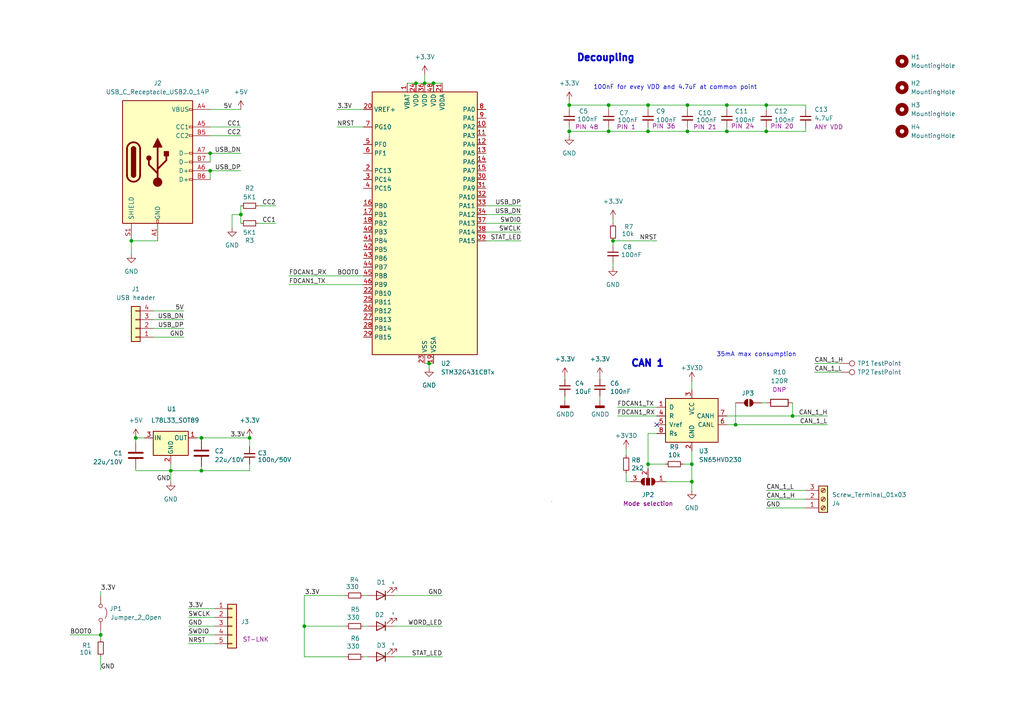
<source format=kicad_sch>
(kicad_sch (version 20250114) (generator "eeschema") (generator_version "9.0")
  (paper "A4")
  (lib_symbols
    (symbol "Connector:Screw_Terminal_01x03" (pin_names (offset 1.016) (hide yes))
      (property "Reference" "J" (at 0 5.08 0))
      (property "Value" "Screw_Terminal_01x03" (at 0 -5.08 0))
      (symbol "Screw_Terminal_01x03_1_1"
        (rectangle (start -1.27 3.81) (end 1.27 -3.81) (stroke (width 0.254)) (fill (type background)))
        (polyline (pts (xy -0.5334 2.8702) (xy 0.3302 2.032)) (stroke (width 0.1524)))
        (polyline (pts (xy -0.5334 0.3302) (xy 0.3302 -0.508)) (stroke (width 0.1524)))
        (polyline (pts (xy -0.5334 -2.2098) (xy 0.3302 -3.048)) (stroke (width 0.1524)))
        (polyline (pts (xy -0.3556 3.048) (xy 0.508 2.2098)) (stroke (width 0.1524)))
        (polyline (pts (xy -0.3556 0.508) (xy 0.508 -0.3302)) (stroke (width 0.1524)))
        (polyline (pts (xy -0.3556 -2.032) (xy 0.508 -2.8702)) (stroke (width 0.1524)))
        (circle (center 0 2.54) (radius 0.635) (stroke (width 0.1524)))
        (circle (center 0 0) (radius 0.635) (stroke (width 0.1524)))
        (circle (center 0 -2.54) (radius 0.635) (stroke (width 0.1524)))
        (pin passive line (at -5.08 2.54 0) (length 3.81) (name "Pin_1") (number "1"))
        (pin passive line (at -5.08 0 0) (length 3.81) (name "Pin_2") (number "2"))
        (pin passive line (at -5.08 -2.54 0) (length 3.81) (name "Pin_3") (number "3"))
      )
    )
    (symbol "Connector:TestPoint" (pin_numbers (hide yes)) (pin_names (offset 0.762) (hide yes))
      (property "Reference" "TP" (at 0 6.858 0))
      (property "Value" "TestPoint" (at 0 5.08 0))
      (symbol "TestPoint_0_1"
        (circle (center 0 3.302) (radius 0.762))
      )
      (symbol "TestPoint_1_1"
        (pin passive line (at 0 0 90) (length 2.54) (name "1") (number "1"))
      )
    )
    (symbol "Connector:USB_C_Receptacle_USB2.0_14P" (pin_names (offset 1.016))
      (property "Reference" "J" (at 0 22.225 0))
      (property "Value" "USB_C_Receptacle_USB2.0_14P" (at 0 19.685 0))
      (symbol "USB_C_Receptacle_USB2.0_14P_0_0"
        (rectangle (start -0.254 -17.78) (end 0.254 -16.764))
        (rectangle (start 10.16 15.494) (end 9.144 14.986))
        (rectangle (start 10.16 10.414) (end 9.144 9.906))
        (rectangle (start 10.16 7.874) (end 9.144 7.366))
        (rectangle (start 10.16 2.794) (end 9.144 2.286))
        (rectangle (start 10.16 0.254) (end 9.144 -0.254))
        (rectangle (start 10.16 -2.286) (end 9.144 -2.794))
        (rectangle (start 10.16 -4.826) (end 9.144 -5.334))
      )
      (symbol "USB_C_Receptacle_USB2.0_14P_0_1"
        (rectangle (start -10.16 17.78) (end 10.16 -17.78) (stroke (width 0.254)) (fill (type background)))
        (polyline (pts (xy -8.89 -3.81) (xy -8.89 3.81)) (stroke (width 0.508)))
        (rectangle (start -7.62 -3.81) (end -6.35 3.81) (stroke (width 0.254)) (fill (type outline)))
        (arc (start -7.62 3.81) (mid -6.985 4.4423) (end -6.35 3.81) (stroke (width 0.254)))
        (arc (start -7.62 3.81) (mid -6.985 4.4423) (end -6.35 3.81) (stroke (width 0.254)) (fill (type outline)))
        (arc (start -8.89 3.81) (mid -6.985 5.7067) (end -5.08 3.81) (stroke (width 0.508)))
        (arc (start -5.08 -3.81) (mid -6.985 -5.7067) (end -8.89 -3.81) (stroke (width 0.508)))
        (arc (start -6.35 -3.81) (mid -6.985 -4.4423) (end -7.62 -3.81) (stroke (width 0.254)))
        (arc (start -6.35 -3.81) (mid -6.985 -4.4423) (end -7.62 -3.81) (stroke (width 0.254)) (fill (type outline)))
        (polyline (pts (xy -5.08 3.81) (xy -5.08 -3.81)) (stroke (width 0.508)))
        (circle (center -2.54 1.143) (radius 0.635) (stroke (width 0.254)) (fill (type outline)))
        (polyline (pts (xy -1.27 4.318) (xy 0 6.858) (xy 1.27 4.318) (xy -1.27 4.318)) (stroke (width 0.254)) (fill (type outline)))
        (polyline (pts (xy 0 -2.032) (xy 2.54 0.508) (xy 2.54 1.778)) (stroke (width 0.508)))
        (polyline (pts (xy 0 -3.302) (xy -2.54 -0.762) (xy -2.54 0.508)) (stroke (width 0.508)))
        (polyline (pts (xy 0 -5.842) (xy 0 4.318)) (stroke (width 0.508)))
        (circle (center 0 -5.842) (radius 1.27) (fill (type outline)))
        (rectangle (start 1.905 1.778) (end 3.175 3.048) (stroke (width 0.254)) (fill (type outline)))
      )
      (symbol "USB_C_Receptacle_USB2.0_14P_1_1"
        (pin passive line (at -7.62 -22.86 90) (length 5.08) (name "SHIELD") (number "S1"))
        (pin passive line (at 0 -22.86 90) (length 5.08) (name "GND") (number "A1"))
        (pin passive line (at 0 -22.86 90) (length 5.08) (hide yes) (name "GND") (number "A12"))
        (pin passive line (at 0 -22.86 90) (length 5.08) (hide yes) (name "GND") (number "B1"))
        (pin passive line (at 0 -22.86 90) (length 5.08) (hide yes) (name "GND") (number "B12"))
        (pin passive line (at 15.24 15.24 180) (length 5.08) (name "VBUS") (number "A4"))
        (pin passive line (at 15.24 15.24 180) (length 5.08) (hide yes) (name "VBUS") (number "A9"))
        (pin passive line (at 15.24 15.24 180) (length 5.08) (hide yes) (name "VBUS") (number "B4"))
        (pin passive line (at 15.24 15.24 180) (length 5.08) (hide yes) (name "VBUS") (number "B9"))
        (pin bidirectional line (at 15.24 10.16 180) (length 5.08) (name "CC1") (number "A5"))
        (pin bidirectional line (at 15.24 7.62 180) (length 5.08) (name "CC2") (number "B5"))
        (pin bidirectional line (at 15.24 2.54 180) (length 5.08) (name "D-") (number "A7"))
        (pin bidirectional line (at 15.24 0 180) (length 5.08) (name "D-") (number "B7"))
        (pin bidirectional line (at 15.24 -2.54 180) (length 5.08) (name "D+") (number "A6"))
        (pin bidirectional line (at 15.24 -5.08 180) (length 5.08) (name "D+") (number "B6"))
      )
    )
    (symbol "Connector_Generic:Conn_01x04" (pin_names (offset 1.016) (hide yes))
      (property "Reference" "J" (at 0 5.08 0))
      (property "Value" "Conn_01x04" (at 0 -7.62 0))
      (symbol "Conn_01x04_1_1"
        (rectangle (start -1.27 3.81) (end 1.27 -6.35) (stroke (width 0.254)) (fill (type background)))
        (rectangle (start -1.27 2.667) (end 0 2.413) (stroke (width 0.1524)))
        (rectangle (start -1.27 0.127) (end 0 -0.127) (stroke (width 0.1524)))
        (rectangle (start -1.27 -2.413) (end 0 -2.667) (stroke (width 0.1524)))
        (rectangle (start -1.27 -4.953) (end 0 -5.207) (stroke (width 0.1524)))
        (pin passive line (at -5.08 2.54 0) (length 3.81) (name "Pin_1") (number "1"))
        (pin passive line (at -5.08 0 0) (length 3.81) (name "Pin_2") (number "2"))
        (pin passive line (at -5.08 -2.54 0) (length 3.81) (name "Pin_3") (number "3"))
        (pin passive line (at -5.08 -5.08 0) (length 3.81) (name "Pin_4") (number "4"))
      )
    )
    (symbol "Connector_Generic:Conn_01x05" (pin_names (offset 1.016) (hide yes))
      (property "Reference" "J" (at 0 7.62 0))
      (property "Value" "Conn_01x05" (at 0 -7.62 0))
      (symbol "Conn_01x05_1_1"
        (rectangle (start -1.27 6.35) (end 1.27 -6.35) (stroke (width 0.254)) (fill (type background)))
        (rectangle (start -1.27 5.207) (end 0 4.953) (stroke (width 0.1524)))
        (rectangle (start -1.27 2.667) (end 0 2.413) (stroke (width 0.1524)))
        (rectangle (start -1.27 0.127) (end 0 -0.127) (stroke (width 0.1524)))
        (rectangle (start -1.27 -2.413) (end 0 -2.667) (stroke (width 0.1524)))
        (rectangle (start -1.27 -4.953) (end 0 -5.207) (stroke (width 0.1524)))
        (pin passive line (at -5.08 5.08 0) (length 3.81) (name "Pin_1") (number "1"))
        (pin passive line (at -5.08 2.54 0) (length 3.81) (name "Pin_2") (number "2"))
        (pin passive line (at -5.08 0 0) (length 3.81) (name "Pin_3") (number "3"))
        (pin passive line (at -5.08 -2.54 0) (length 3.81) (name "Pin_4") (number "4"))
        (pin passive line (at -5.08 -5.08 0) (length 3.81) (name "Pin_5") (number "5"))
      )
    )
    (symbol "Device:C" (pin_numbers (hide yes)) (pin_names (offset 0.254))
      (property "Reference" "C" (at 0.635 2.54 0))
      (property "Value" "C" (at 0.635 -2.54 0))
      (symbol "C_0_1"
        (polyline (pts (xy -2.032 0.762) (xy 2.032 0.762)) (stroke (width 0.508)))
        (polyline (pts (xy -2.032 -0.762) (xy 2.032 -0.762)) (stroke (width 0.508)))
      )
      (symbol "C_1_1"
        (pin passive line (at 0 3.81 270) (length 2.794) (name "~") (number "1"))
        (pin passive line (at 0 -3.81 90) (length 2.794) (name "~") (number "2"))
      )
    )
    (symbol "Device:C_Small" (pin_numbers (hide yes)) (pin_names (offset 0.254) (hide yes))
      (property "Reference" "C" (at 0.254 1.778 0))
      (property "Value" "C_Small" (at 0.254 -2.032 0))
      (symbol "C_Small_0_1"
        (polyline (pts (xy -1.524 0.508) (xy 1.524 0.508)) (stroke (width 0.3048)))
        (polyline (pts (xy -1.524 -0.508) (xy 1.524 -0.508)) (stroke (width 0.3302)))
      )
      (symbol "C_Small_1_1"
        (pin passive line (at 0 2.54 270) (length 2.032) (name "~") (number "1"))
        (pin passive line (at 0 -2.54 90) (length 2.032) (name "~") (number "2"))
      )
    )
    (symbol "Device:LED" (pin_numbers (hide yes)) (pin_names (offset 1.016) (hide yes))
      (property "Reference" "D" (at 0 2.54 0))
      (property "Value" "LED" (at 0 -2.54 0))
      (symbol "LED_0_1"
        (polyline (pts (xy -3.048 -0.762) (xy -4.572 -2.286) (xy -3.81 -2.286) (xy -4.572 -2.286) (xy -4.572 -1.524)))
        (polyline (pts (xy -1.778 -0.762) (xy -3.302 -2.286) (xy -2.54 -2.286) (xy -3.302 -2.286) (xy -3.302 -1.524)))
        (polyline (pts (xy -1.27 0) (xy 1.27 0)))
        (polyline (pts (xy -1.27 -1.27) (xy -1.27 1.27)) (stroke (width 0.254)))
        (polyline (pts (xy 1.27 -1.27) (xy 1.27 1.27) (xy -1.27 0) (xy 1.27 -1.27)) (stroke (width 0.254)))
      )
      (symbol "LED_1_1"
        (pin passive line (at -3.81 0 0) (length 2.54) (name "K") (number "1"))
        (pin passive line (at 3.81 0 180) (length 2.54) (name "A") (number "2"))
      )
    )
    (symbol "Device:R" (pin_numbers (hide yes)) (pin_names (offset 0))
      (property "Reference" "R" (at 2.032 0 90))
      (property "Value" "R" (at 0 0 90))
      (symbol "R_0_1"
        (rectangle (start -1.016 -2.54) (end 1.016 2.54) (stroke (width 0.254)))
      )
      (symbol "R_1_1"
        (pin passive line (at 0 3.81 270) (length 1.27) (name "~") (number "1"))
        (pin passive line (at 0 -3.81 90) (length 1.27) (name "~") (number "2"))
      )
    )
    (symbol "Device:R_Small" (pin_numbers (hide yes)) (pin_names (offset 0.254) (hide yes))
      (property "Reference" "R" (at 0.762 0.508 0))
      (property "Value" "R_Small" (at 0.762 -1.016 0))
      (symbol "R_Small_0_1"
        (rectangle (start -0.762 1.778) (end 0.762 -1.778) (stroke (width 0.2032)))
      )
      (symbol "R_Small_1_1"
        (pin passive line (at 0 2.54 270) (length 0.762) (name "~") (number "1"))
        (pin passive line (at 0 -2.54 90) (length 0.762) (name "~") (number "2"))
      )
    )
    (symbol "Interface_CAN_LIN:SN65HVD230" (pin_names (offset 1.016))
      (property "Reference" "U" (at -2.54 10.16 0))
      (property "Value" "SN65HVD230" (at -2.54 7.62 0))
      (symbol "SN65HVD230_0_1"
        (rectangle (start -7.62 5.08) (end 7.62 -7.62) (stroke (width 0.254)) (fill (type background)))
      )
      (symbol "SN65HVD230_1_1"
        (pin input line (at -10.16 2.54 0) (length 2.54) (name "D") (number "1"))
        (pin output line (at -10.16 0 0) (length 2.54) (name "R") (number "4"))
        (pin output line (at -10.16 -2.54 0) (length 2.54) (name "Vref") (number "5"))
        (pin input line (at -10.16 -5.08 0) (length 2.54) (name "Rs") (number "8"))
        (pin power_in line (at 0 7.62 270) (length 2.54) (name "VCC") (number "3"))
        (pin power_in line (at 0 -10.16 90) (length 2.54) (name "GND") (number "2"))
        (pin bidirectional line (at 10.16 0 180) (length 2.54) (name "CANH") (number "7"))
        (pin bidirectional line (at 10.16 -2.54 180) (length 2.54) (name "CANL") (number "6"))
      )
    )
    (symbol "Jumper:Jumper_2_Open" (pin_numbers (hide yes)) (pin_names (offset 0) (hide yes)) (exclude_from_sim yes)
      (property "Reference" "JP" (at 0 2.794 0))
      (property "Value" "Jumper_2_Open" (at 0 -2.286 0))
      (symbol "Jumper_2_Open_0_0"
        (circle (center -2.032 0) (radius 0.508))
        (circle (center 2.032 0) (radius 0.508))
      )
      (symbol "Jumper_2_Open_0_1"
        (arc (start -1.524 1.27) (mid 0 1.778) (end 1.524 1.27))
      )
      (symbol "Jumper_2_Open_1_1"
        (pin passive line (at -5.08 0 0) (length 2.54) (name "A") (number "1"))
        (pin passive line (at 5.08 0 180) (length 2.54) (name "B") (number "2"))
      )
    )
    (symbol "Jumper:SolderJumper_2_Open" (pin_numbers (hide yes)) (pin_names (offset 0) (hide yes)) (exclude_from_sim yes) (in_bom no)
      (property "Reference" "JP" (at 0 2.032 0))
      (property "Value" "SolderJumper_2_Open" (at 0 -2.54 0))
      (symbol "SolderJumper_2_Open_0_1"
        (polyline (pts (xy -0.254 1.016) (xy -0.254 -1.016)))
        (arc (start -0.254 -1.016) (mid -1.2656 0) (end -0.254 1.016))
        (arc (start -0.254 -1.016) (mid -1.2656 0) (end -0.254 1.016) (fill (type outline)))
        (arc (start 0.254 1.016) (mid 1.2656 0) (end 0.254 -1.016))
        (arc (start 0.254 1.016) (mid 1.2656 0) (end 0.254 -1.016) (fill (type outline)))
        (polyline (pts (xy 0.254 1.016) (xy 0.254 -1.016)))
      )
      (symbol "SolderJumper_2_Open_1_1"
        (pin passive line (at -3.81 0 0) (length 2.54) (name "A") (number "1"))
        (pin passive line (at 3.81 0 180) (length 2.54) (name "B") (number "2"))
      )
    )
    (symbol "Jumper:SolderJumper_3_Open" (pin_names (offset 0) (hide yes))
      (property "Reference" "JP" (at -2.54 -2.54 0))
      (property "Value" "SolderJumper_3_Open" (at 0 2.794 0))
      (symbol "SolderJumper_3_Open_0_1"
        (polyline (pts (xy -2.54 0) (xy -2.032 0)))
        (polyline (pts (xy -1.016 1.016) (xy -1.016 -1.016)))
        (arc (start -1.016 -1.016) (mid -2.0276 0) (end -1.016 1.016))
        (arc (start -1.016 -1.016) (mid -2.0276 0) (end -1.016 1.016) (fill (type outline)))
        (rectangle (start -0.508 1.016) (end 0.508 -1.016) (fill (type outline)))
        (polyline (pts (xy 0 -1.27) (xy 0 -1.016)))
        (arc (start 1.016 1.016) (mid 2.0276 0) (end 1.016 -1.016))
        (arc (start 1.016 1.016) (mid 2.0276 0) (end 1.016 -1.016) (fill (type outline)))
        (polyline (pts (xy 1.016 1.016) (xy 1.016 -1.016)))
        (polyline (pts (xy 2.54 0) (xy 2.032 0)))
      )
      (symbol "SolderJumper_3_Open_1_1"
        (pin passive line (at -5.08 0 0) (length 2.54) (name "A") (number "1"))
        (pin passive line (at 0 -3.81 90) (length 2.54) (name "C") (number "2"))
        (pin passive line (at 5.08 0 180) (length 2.54) (name "B") (number "3"))
      )
    )
    (symbol "MCU_ST_STM32G4:STM32G431C8Tx"
      (property "Reference" "U" (at -15.24 39.37 0))
      (property "Value" "STM32G431C8Tx" (at 7.62 39.37 0))
      (symbol "STM32G431C8Tx_0_1"
        (rectangle (start -15.24 -38.1) (end 15.24 38.1) (stroke (width 0.254)) (fill (type background)))
      )
      (symbol "STM32G431C8Tx_1_1"
        (pin input line (at -17.78 33.02 0) (length 2.54) (name "VREF+") (number "20"))
        (pin bidirectional line (at -17.78 27.94 0) (length 2.54) (name "PG10") (number "7"))
        (pin bidirectional line (at -17.78 22.86 0) (length 2.54) (name "PF0") (number "5"))
        (pin bidirectional line (at -17.78 20.32 0) (length 2.54) (name "PF1") (number "6"))
        (pin bidirectional line (at -17.78 15.24 0) (length 2.54) (name "PC13") (number "2"))
        (pin bidirectional line (at -17.78 12.7 0) (length 2.54) (name "PC14") (number "3"))
        (pin bidirectional line (at -17.78 10.16 0) (length 2.54) (name "PC15") (number "4"))
        (pin bidirectional line (at -17.78 5.08 0) (length 2.54) (name "PB0") (number "16"))
        (pin bidirectional line (at -17.78 2.54 0) (length 2.54) (name "PB1") (number "17"))
        (pin bidirectional line (at -17.78 0 0) (length 2.54) (name "PB2") (number "18"))
        (pin bidirectional line (at -17.78 -2.54 0) (length 2.54) (name "PB3") (number "40"))
        (pin bidirectional line (at -17.78 -5.08 0) (length 2.54) (name "PB4") (number "41"))
        (pin bidirectional line (at -17.78 -7.62 0) (length 2.54) (name "PB5") (number "42"))
        (pin bidirectional line (at -17.78 -10.16 0) (length 2.54) (name "PB6") (number "43"))
        (pin bidirectional line (at -17.78 -12.7 0) (length 2.54) (name "PB7") (number "44"))
        (pin bidirectional line (at -17.78 -15.24 0) (length 2.54) (name "PB8") (number "45"))
        (pin bidirectional line (at -17.78 -17.78 0) (length 2.54) (name "PB9") (number "46"))
        (pin bidirectional line (at -17.78 -20.32 0) (length 2.54) (name "PB10") (number "22"))
        (pin bidirectional line (at -17.78 -22.86 0) (length 2.54) (name "PB11") (number "25"))
        (pin bidirectional line (at -17.78 -25.4 0) (length 2.54) (name "PB12") (number "26"))
        (pin bidirectional line (at -17.78 -27.94 0) (length 2.54) (name "PB13") (number "27"))
        (pin bidirectional line (at -17.78 -30.48 0) (length 2.54) (name "PB14") (number "28"))
        (pin bidirectional line (at -17.78 -33.02 0) (length 2.54) (name "PB15") (number "29"))
        (pin power_in line (at -5.08 40.64 270) (length 2.54) (name "VBAT") (number "1"))
        (pin power_in line (at -2.54 40.64 270) (length 2.54) (name "VDD") (number "24"))
        (pin power_in line (at 0 40.64 270) (length 2.54) (name "VDD") (number "36"))
        (pin power_in line (at 0 -40.64 90) (length 2.54) (name "VSS") (number "23"))
        (pin passive line (at 0 -40.64 90) (length 2.54) (hide yes) (name "VSS") (number "35"))
        (pin passive line (at 0 -40.64 90) (length 2.54) (hide yes) (name "VSS") (number "47"))
        (pin power_in line (at 2.54 40.64 270) (length 2.54) (name "VDD") (number "48"))
        (pin power_in line (at 2.54 -40.64 90) (length 2.54) (name "VSSA") (number "19"))
        (pin power_in line (at 5.08 40.64 270) (length 2.54) (name "VDDA") (number "21"))
        (pin bidirectional line (at 17.78 33.02 180) (length 2.54) (name "PA0") (number "8"))
        (pin bidirectional line (at 17.78 30.48 180) (length 2.54) (name "PA1") (number "9"))
        (pin bidirectional line (at 17.78 27.94 180) (length 2.54) (name "PA2") (number "10"))
        (pin bidirectional line (at 17.78 25.4 180) (length 2.54) (name "PA3") (number "11"))
        (pin bidirectional line (at 17.78 22.86 180) (length 2.54) (name "PA4") (number "12"))
        (pin bidirectional line (at 17.78 20.32 180) (length 2.54) (name "PA5") (number "13"))
        (pin bidirectional line (at 17.78 17.78 180) (length 2.54) (name "PA6") (number "14"))
        (pin bidirectional line (at 17.78 15.24 180) (length 2.54) (name "PA7") (number "15"))
        (pin bidirectional line (at 17.78 12.7 180) (length 2.54) (name "PA8") (number "30"))
        (pin bidirectional line (at 17.78 10.16 180) (length 2.54) (name "PA9") (number "31"))
        (pin bidirectional line (at 17.78 7.62 180) (length 2.54) (name "PA10") (number "32"))
        (pin bidirectional line (at 17.78 5.08 180) (length 2.54) (name "PA11") (number "33"))
        (pin bidirectional line (at 17.78 2.54 180) (length 2.54) (name "PA12") (number "34"))
        (pin bidirectional line (at 17.78 0 180) (length 2.54) (name "PA13") (number "37"))
        (pin bidirectional line (at 17.78 -2.54 180) (length 2.54) (name "PA14") (number "38"))
        (pin bidirectional line (at 17.78 -5.08 180) (length 2.54) (name "PA15") (number "39"))
      )
    )
    (symbol "Mechanical:MountingHole" (pin_names (offset 1.016)) (exclude_from_sim yes) (in_bom no)
      (property "Reference" "H" (at 0 5.08 0))
      (property "Value" "MountingHole" (at 0 3.175 0))
      (symbol "MountingHole_0_1"
        (circle (center 0 0) (radius 1.27) (stroke (width 1.27)))
      )
    )
    (symbol "Regulator_Linear:L78L33_SOT89" (pin_names (offset 0.254))
      (property "Reference" "U" (at -3.81 3.175 0))
      (property "Value" "L78L33_SOT89" (at -0.635 3.175 0))
      (symbol "L78L33_SOT89_0_1"
        (rectangle (start -5.08 1.905) (end 5.08 -5.08) (stroke (width 0.254)) (fill (type background)))
      )
      (symbol "L78L33_SOT89_1_1"
        (pin power_in line (at -7.62 0 0) (length 2.54) (name "IN") (number "3"))
        (pin power_in line (at 0 -7.62 90) (length 2.54) (name "GND") (number "2"))
        (pin power_out line (at 7.62 0 180) (length 2.54) (name "OUT") (number "1"))
      )
    )
    (symbol "power:+3.3V" (power) (pin_numbers (hide yes)) (pin_names (offset 0) (hide yes))
      (property "Value" "+3.3V" (at 0 3.556 0))
      (symbol "+3.3V_0_1"
        (polyline (pts (xy -0.762 1.27) (xy 0 2.54)))
        (polyline (pts (xy 0 2.54) (xy 0.762 1.27)))
        (polyline (pts (xy 0 0) (xy 0 2.54)))
      )
      (symbol "+3.3V_1_1"
        (pin power_in line (at 0 0 90) (length 0) (name "~") (number "1"))
      )
    )
    (symbol "power:+5V" (power) (pin_numbers (hide yes)) (pin_names (offset 0) (hide yes))
      (property "Value" "+5V" (at 0 3.556 0))
      (symbol "+5V_0_1"
        (polyline (pts (xy -0.762 1.27) (xy 0 2.54)))
        (polyline (pts (xy 0 2.54) (xy 0.762 1.27)))
        (polyline (pts (xy 0 0) (xy 0 2.54)))
      )
      (symbol "+5V_1_1"
        (pin power_in line (at 0 0 90) (length 0) (name "~") (number "1"))
      )
    )
    (symbol "power:GND" (power) (pin_names (offset 0))
      (property "Value" "GND" (at 0 -3.81 0))
      (symbol "GND_0_1"
        (polyline (pts (xy 0 0) (xy 0 -1.27) (xy 1.27 -1.27) (xy 0 -2.54) (xy -1.27 -1.27) (xy 0 -1.27)))
      )
      (symbol "GND_1_1"
        (pin power_in line (at 0 0 270) (length 0) (hide yes) (name "GND") (number "1"))
      )
    )
    (symbol "power:GNDD" (power) (pin_names (offset 0))
      (property "Value" "GNDD" (at 0 -3.175 0))
      (symbol "GNDD_0_1"
        (rectangle (start -1.27 -1.524) (end 1.27 -2.032) (stroke (width 0.254)) (fill (type outline)))
        (polyline (pts (xy 0 0) (xy 0 -1.524)))
      )
      (symbol "GNDD_1_1"
        (pin power_in line (at 0 0 270) (length 0) (hide yes) (name "GNDD") (number "1"))
      )
    )
    (symbol "robocik-symbols:+3V3D" (power) (pin_names (offset 0))
      (property "Value" "+3V3D" (at 0 3.556 0))
      (symbol "+3V3D_0_1"
        (polyline (pts (xy -0.762 1.27) (xy 0 2.54)))
        (polyline (pts (xy 0 2.54) (xy 0.762 1.27)))
        (polyline (pts (xy 0 0) (xy 0 2.54)))
      )
      (symbol "+3V3D_1_1"
        (pin power_in line (at 0 0 90) (length 0) (hide yes) (name "+3V3D") (number "1"))
      )
    )
  )
  (text "100nF for evey VDD and 4.7uF at common point" (at 195.834 25.4 0) (effects (font (size 1.27 1.27))))
  (text "Decoupling" (at 167.132 18.034 0) (effects (font (size 2 2) (thickness 0.6) (bold yes)) (justify left bottom)))
  (text "CAN 1" (at 182.88 106.68 0) (effects (font (size 2 2) (thickness 0.6) (bold yes)) (justify left bottom)))
  (text "35mA max consumption" (at 207.772 103.632 0) (effects (font (size 1.27 1.27)) (justify left bottom)))
  (junction (at 200.66 134.62))
  (junction (at 176.53 38.1))
  (junction (at 222.25 30.48))
  (junction (at 29.21 184.15))
  (junction (at 210.82 38.1))
  (junction (at 120.65 24.13))
  (junction (at 125.73 24.13))
  (junction (at 177.8 69.85))
  (junction (at 229.87 120.65))
  (junction (at 213.36 123.19))
  (junction (at 60.96 44.45))
  (junction (at 123.19 24.13))
  (junction (at 176.53 30.48))
  (junction (at 72.39 127))
  (junction (at 58.42 136.525))
  (junction (at 187.96 38.1))
  (junction (at 199.39 30.48))
  (junction (at 200.66 139.7))
  (junction (at 210.82 30.48))
  (junction (at 88.265 181.61))
  (junction (at 39.37 127))
  (junction (at 69.85 62.23))
  (junction (at 199.39 38.1))
  (junction (at 58.42 127))
  (junction (at 187.96 30.48))
  (junction (at 222.25 38.1))
  (junction (at 38.1 69.85))
  (junction (at 60.96 49.53))
  (junction (at 124.46 105.41))
  (junction (at 165.1 30.48))
  (junction (at 187.96 134.62))
  (junction (at 49.53 136.525))
  (junction (at 165.1 38.1))
  (no_connect (at 190.5 123.19))
  (wire (pts (xy 187.96 134.62) (xy 187.96 135.89)))
  (wire (pts (xy 49.53 134.62) (xy 49.53 136.525)))
  (wire (pts (xy 29.21 182.88) (xy 29.21 184.15)))
  (wire (pts (xy 176.53 30.48) (xy 165.1 30.48)))
  (wire (pts (xy 179.07 120.65) (xy 190.5 120.65)))
  (wire (pts (xy 220.98 116.84) (xy 222.25 116.84)))
  (wire (pts (xy 124.46 105.41) (xy 124.46 106.68)))
  (wire (pts (xy 120.65 24.13) (xy 123.19 24.13)))
  (wire (pts (xy 222.25 36.83) (xy 222.25 38.1)))
  (wire (pts (xy 118.11 24.13) (xy 120.65 24.13)))
  (wire (pts (xy 105.41 181.61) (xy 106.68 181.61)))
  (wire (pts (xy 199.39 31.75) (xy 199.39 30.48)))
  (wire (pts (xy 163.83 109.855) (xy 163.83 109.22)))
  (wire (pts (xy 210.82 30.48) (xy 222.25 30.48)))
  (wire (pts (xy 176.53 38.1) (xy 165.1 38.1)))
  (wire (pts (xy 58.42 136.525) (xy 58.42 135.255)))
  (wire (pts (xy 236.22 107.95) (xy 243.84 107.95)))
  (wire (pts (xy 123.19 24.13) (xy 125.73 24.13)))
  (wire (pts (xy 176.53 31.75) (xy 176.53 30.48)))
  (wire (pts (xy 229.87 120.65) (xy 240.03 120.65)))
  (wire (pts (xy 181.61 130.175) (xy 181.61 132.08)))
  (wire (pts (xy 72.39 136.525) (xy 58.42 136.525)))
  (wire (pts (xy 213.36 123.19) (xy 240.03 123.19)))
  (wire (pts (xy 58.42 127) (xy 72.39 127)))
  (wire (pts (xy 198.12 134.62) (xy 200.66 134.62)))
  (wire (pts (xy 49.53 136.525) (xy 39.37 136.525)))
  (wire (pts (xy 177.8 69.85) (xy 177.8 71.12)))
  (wire (pts (xy 177.8 76.2) (xy 177.8 77.47)))
  (wire (pts (xy 222.25 147.32) (xy 233.68 147.32)))
  (wire (pts (xy 229.87 116.84) (xy 229.87 120.65)))
  (wire (pts (xy 140.97 67.31) (xy 151.13 67.31)))
  (wire (pts (xy 200.66 130.81) (xy 200.66 134.62)))
  (wire (pts (xy 54.61 186.69) (xy 62.23 186.69)))
  (wire (pts (xy 222.25 30.48) (xy 233.68 30.48)))
  (wire (pts (xy 165.1 30.48) (xy 165.1 31.75)))
  (wire (pts (xy 114.3 172.72) (xy 128.27 172.72)))
  (wire (pts (xy 210.82 120.65) (xy 229.87 120.65)))
  (wire (pts (xy 74.93 64.77) (xy 80.01 64.77)))
  (wire (pts (xy 210.82 36.83) (xy 210.82 38.1)))
  (wire (pts (xy 58.42 127) (xy 58.42 127.635)))
  (wire (pts (xy 210.82 30.48) (xy 199.39 30.48)))
  (wire (pts (xy 210.82 31.75) (xy 210.82 30.48)))
  (wire (pts (xy 187.96 31.75) (xy 187.96 30.48)))
  (wire (pts (xy 72.39 134.62) (xy 72.39 136.525)))
  (wire (pts (xy 29.21 172.72) (xy 29.21 171.45)))
  (wire (pts (xy 233.68 36.83) (xy 233.68 38.1)))
  (wire (pts (xy 181.61 139.7) (xy 181.61 137.16)))
  (wire (pts (xy 39.37 127) (xy 39.37 128.27)))
  (wire (pts (xy 69.85 62.23) (xy 69.85 64.77)))
  (wire (pts (xy 114.3 190.5) (xy 128.27 190.5)))
  (wire (pts (xy 222.25 31.75) (xy 222.25 30.48)))
  (wire (pts (xy 69.85 62.23) (xy 69.85 59.69)))
  (wire (pts (xy 39.37 127) (xy 41.91 127)))
  (wire (pts (xy 125.73 24.13) (xy 128.27 24.13)))
  (wire (pts (xy 165.1 36.83) (xy 165.1 38.1)))
  (wire (pts (xy 213.36 116.84) (xy 213.36 123.19)))
  (wire (pts (xy 60.96 49.53) (xy 60.96 52.07)))
  (wire (pts (xy 60.96 36.83) (xy 69.85 36.83)))
  (wire (pts (xy 49.53 136.525) (xy 49.53 139.7)))
  (wire (pts (xy 44.45 92.71) (xy 53.34 92.71)))
  (wire (pts (xy 200.66 113.03) (xy 200.66 110.49)))
  (wire (pts (xy 140.97 59.69) (xy 151.13 59.69)))
  (wire (pts (xy 97.79 31.75) (xy 105.41 31.75)))
  (wire (pts (xy 105.41 172.72) (xy 106.68 172.72)))
  (wire (pts (xy 187.96 30.48) (xy 199.39 30.48)))
  (wire (pts (xy 200.66 139.7) (xy 200.66 142.24)))
  (wire (pts (xy 165.1 38.1) (xy 165.1 39.37)))
  (wire (pts (xy 200.66 134.62) (xy 200.66 139.7)))
  (wire (pts (xy 187.96 38.1) (xy 199.39 38.1)))
  (wire (pts (xy 60.96 49.53) (xy 69.85 49.53)))
  (wire (pts (xy 187.96 125.73) (xy 187.96 134.62)))
  (wire (pts (xy 74.93 59.69) (xy 80.01 59.69)))
  (wire (pts (xy 173.99 114.935) (xy 173.99 116.205)))
  (wire (pts (xy 199.39 36.83) (xy 199.39 38.1)))
  (wire (pts (xy 60.96 39.37) (xy 69.85 39.37)))
  (wire (pts (xy 72.39 127) (xy 72.39 129.54)))
  (wire (pts (xy 88.265 190.5) (xy 100.33 190.5)))
  (wire (pts (xy 210.82 38.1) (xy 199.39 38.1)))
  (wire (pts (xy 44.45 95.25) (xy 53.34 95.25)))
  (wire (pts (xy 29.21 190.5) (xy 29.21 194.31)))
  (wire (pts (xy 105.41 190.5) (xy 106.68 190.5)))
  (wire (pts (xy 210.82 38.1) (xy 222.25 38.1)))
  (wire (pts (xy 187.96 36.83) (xy 187.96 38.1)))
  (wire (pts (xy 49.53 136.525) (xy 58.42 136.525)))
  (wire (pts (xy 222.25 142.24) (xy 233.68 142.24)))
  (wire (pts (xy 44.45 97.79) (xy 53.34 97.79)))
  (wire (pts (xy 124.46 105.41) (xy 125.73 105.41)))
  (wire (pts (xy 179.07 118.11) (xy 190.5 118.11)))
  (wire (pts (xy 54.61 179.07) (xy 62.23 179.07)))
  (wire (pts (xy 165.1 29.21) (xy 165.1 30.48)))
  (wire (pts (xy 54.61 176.53) (xy 62.23 176.53)))
  (polyline (pts (xy 160.02 145.415) (xy 160.02 145.415)))
  (wire (pts (xy 187.96 134.62) (xy 193.04 134.62)))
  (wire (pts (xy 173.99 109.855) (xy 173.99 109.22)))
  (wire (pts (xy 210.82 123.19) (xy 213.36 123.19)))
  (wire (pts (xy 67.31 62.23) (xy 69.85 62.23)))
  (wire (pts (xy 60.96 44.45) (xy 60.96 46.99)))
  (wire (pts (xy 97.79 36.83) (xy 105.41 36.83)))
  (wire (pts (xy 54.61 181.61) (xy 62.23 181.61)))
  (wire (pts (xy 163.83 114.935) (xy 163.83 116.205)))
  (wire (pts (xy 140.97 62.23) (xy 151.13 62.23)))
  (wire (pts (xy 60.96 44.45) (xy 69.85 44.45)))
  (wire (pts (xy 38.1 69.85) (xy 45.72 69.85)))
  (wire (pts (xy 39.37 136.525) (xy 39.37 135.89)))
  (wire (pts (xy 67.31 66.04) (xy 67.31 62.23)))
  (wire (pts (xy 123.19 21.59) (xy 123.19 24.13)))
  (wire (pts (xy 29.21 184.15) (xy 29.21 185.42)))
  (wire (pts (xy 123.19 105.41) (xy 124.46 105.41)))
  (wire (pts (xy 140.97 64.77) (xy 151.13 64.77)))
  (wire (pts (xy 177.8 69.85) (xy 190.5 69.85)))
  (wire (pts (xy 140.97 69.85) (xy 151.13 69.85)))
  (wire (pts (xy 88.265 181.61) (xy 88.265 172.72)))
  (wire (pts (xy 83.82 80.01) (xy 105.41 80.01)))
  (wire (pts (xy 38.1 73.66) (xy 38.1 69.85)))
  (wire (pts (xy 57.15 127) (xy 58.42 127)))
  (wire (pts (xy 88.265 181.61) (xy 100.33 181.61)))
  (wire (pts (xy 176.53 36.83) (xy 176.53 38.1)))
  (wire (pts (xy 187.96 30.48) (xy 176.53 30.48)))
  (wire (pts (xy 88.265 190.5) (xy 88.265 181.61)))
  (wire (pts (xy 83.82 82.55) (xy 105.41 82.55)))
  (wire (pts (xy 54.61 184.15) (xy 62.23 184.15)))
  (wire (pts (xy 193.04 139.7) (xy 200.66 139.7)))
  (wire (pts (xy 181.61 139.7) (xy 182.88 139.7)))
  (wire (pts (xy 187.96 125.73) (xy 190.5 125.73)))
  (wire (pts (xy 114.3 181.61) (xy 128.27 181.61)))
  (wire (pts (xy 44.45 90.17) (xy 53.34 90.17)))
  (wire (pts (xy 187.96 38.1) (xy 176.53 38.1)))
  (wire (pts (xy 236.22 105.41) (xy 243.84 105.41)))
  (wire (pts (xy 222.25 38.1) (xy 233.68 38.1)))
  (wire (pts (xy 60.96 31.75) (xy 69.85 31.75)))
  (wire (pts (xy 222.25 144.78) (xy 233.68 144.78)))
  (wire (pts (xy 233.68 31.75) (xy 233.68 30.48)))
  (wire (pts (xy 88.265 172.72) (xy 100.33 172.72)))
  (wire (pts (xy 177.8 63.5) (xy 177.8 64.77)))
  (wire (pts (xy 20.32 184.15) (xy 29.21 184.15)))
  (label "CC1" (at 80.01 64.77 180))
  (label "CAN_1_L" (at 240.03 123.19 180))
  (label "USB_DN" (at 53.34 92.71 180))
  (label "GND" (at 29.21 194.31 0))
  (label "GND" (at 222.25 147.32 0))
  (label "FDCAN1_RX" (at 179.07 120.65 0))
  (label "CAN_1_L" (at 236.22 107.95 0))
  (label "3.3V" (at 92.71 172.72 180))
  (label "WORD_LED" (at 128.27 181.61 180))
  (label "USB_DP" (at 69.85 49.53 180))
  (label "5V" (at 67.31 31.75 180))
  (label "USB_DP" (at 151.13 59.69 180))
  (label "5V" (at 53.34 90.17 180))
  (label "3.3V" (at 29.21 171.45 0))
  (label "CAN_1_H" (at 236.22 105.41 0))
  (label "SWDIO" (at 54.61 184.15 0))
  (label "GND" (at 128.27 172.72 180))
  (label "CAN_1_H" (at 222.25 144.78 0))
  (label "CC2" (at 80.01 59.69 180))
  (label "SWDIO" (at 151.13 64.77 180))
  (label "BOOT0" (at 97.79 80.01 0))
  (label "3.3V" (at 71.12 127 180))
  (label "SWCLK" (at 54.61 179.07 0))
  (label "3.3V" (at 54.61 176.53 0))
  (label "USB_DN" (at 69.85 44.45 180))
  (label "FDCAN1_TX" (at 179.07 118.11 0))
  (label "GND" (at 54.61 181.61 0))
  (label "3.3V" (at 97.79 31.75 0))
  (label "STAT_LED" (at 151.13 69.85 180))
  (label "NRST" (at 97.79 36.83 0))
  (label "NRST" (at 54.61 186.69 0))
  (label "SWCLK" (at 151.13 67.31 180))
  (label "CAN_1_L" (at 222.25 142.24 0))
  (label "STAT_LED" (at 128.27 190.5 180))
  (label "CAN_1_H" (at 240.03 120.65 180))
  (label "CC2" (at 69.85 39.37 180))
  (label "FDCAN1_RX" (at 83.82 80.01 0))
  (label "CC1" (at 69.85 36.83 180))
  (label "GND" (at 49.53 139.7 180))
  (label "NRST" (at 190.5 69.85 180))
  (label "USB_DP" (at 53.34 95.25 180))
  (label "USB_DN" (at 151.13 62.23 180))
  (label "BOOT0" (at 20.32 184.15 0))
  (label "GND" (at 53.34 97.79 180))
  (label "FDCAN1_TX" (at 83.82 82.55 0))
  (symbol (lib_id "Device:R_Small") (at 29.21 187.96 0) (unit 1)
    (property "Reference" "R1" (at 25.146 187.198 0))
    (property "Value" "10k" (at 24.892 189.23 0))
    (property "Footprint" "Resistor_SMD:R_0603_1608Metric_Pad0.98x0.95mm_HandSolder" (effects (hide yes)))
    (property "MPN" "WF06P-10K-5%" (effects (hide yes)))
  )
  (symbol (lib_id "power:+5V") (at 39.37 127 0) (unit 1)
    (property "Reference" "#PWR02" (effects (hide yes)))
    (property "Value" "+5V" (at 39.37 121.92 0))
    (property "Description" "Power symbol creates a global label with name \"+5V\"" (effects (hide yes)))
  )
  (symbol (lib_id "Connector:TestPoint") (at 243.84 107.95 270) (unit 1)
    (property "Reference" "TP2" (at 248.666 107.95 90) (effects (justify left)))
    (property "Value" "TestPoint" (at 252.476 107.95 90) (effects (justify left)))
    (property "Footprint" "TestPoint:TestPoint_Pad_1.0x1.0mm" (effects (hide yes)))
    (property "Description" "test point" (effects (hide yes)))
  )
  (symbol (lib_id "Device:R_Small") (at 102.87 190.5 90) (unit 1)
    (property "Reference" "R6" (at 104.394 185.166 90) (effects (justify left)))
    (property "Value" "330" (at 104.394 187.452 90) (effects (justify left)))
    (property "Footprint" "Resistor_SMD:R_0603_1608Metric_Pad0.98x0.95mm_HandSolder" (effects (hide yes)))
  )
  (symbol (lib_id "Device:C_Small") (at 163.83 112.395 0) (unit 1)
    (property "Reference" "C4" (at 166.751 111.2012 0) (effects (justify left)))
    (property "Value" "10uF" (at 166.751 113.5634 0) (effects (justify left)))
    (property "Footprint" "Capacitor_SMD:C_0603_1608Metric_Pad1.08x0.95mm_HandSolder" (effects (hide yes)))
    (property "Datasheet" "https://www.mouser.pl/datasheet/2/396/mlcc02_e-1307760.pdf" (effects (hide yes)))
    (property "MPN" "TMK212BBJ106KG-T" (effects (hide yes)))
    (property "STORE" "https://www.mouser.pl/ProductDetail/Taiyo-Yuden/TMK212BBJ106KG-T?qs=PzICbMaShUdwxQxDcETuPw%3D%3D" (effects (hide yes)))
  )
  (symbol (lib_id "power:+3.3V") (at 173.99 109.22 0) (unit 1)
    (property "Reference" "#PWR021" (effects (hide yes)))
    (property "Value" "+3.3V" (at 173.99 104.14 0))
    (property "Description" "Power symbol creates a global label with name \"+3.3V\"" (effects (hide yes)))
  )
  (symbol (lib_id "Device:C_Small") (at 210.82 34.29 0) (unit 1)
    (property "Reference" "C11" (at 213.106 32.2642 0) (effects (justify left)))
    (property "Value" "100nF" (at 213.106 34.8042 0) (effects (justify left)))
    (property "Footprint" "Capacitor_SMD:C_0603_1608Metric_Pad1.08x0.95mm_HandSolder" (effects (hide yes)))
    (property "Datasheet" "https://www.mouser.pl/datasheet/2/585/MLCC-1837944.pdf" (effects (hide yes)))
    (property "Description" "PIN 24" (at 215.392 36.576 0))
    (property "MPN" "CL10A475KP8NNNC" (effects (hide yes)))
    (property "STORE" "https://www.mouser.pl/ProductDetail/Samsung-Electro-Mechanics/CL10A475KP8NNNC?qs=hqM3L16%252BxlfQRmkWsZz5vA%3D%3D" (effects (hide yes)))
  )
  (symbol (lib_id "Device:R_Small") (at 181.61 134.62 0) (unit 1)
    (property "Reference" "R8" (at 183.1086 133.4516 0) (effects (justify left)))
    (property "Value" "2k2" (at 183.1086 135.763 0) (effects (justify left)))
    (property "Footprint" "Resistor_SMD:R_0603_1608Metric_Pad0.98x0.95mm_HandSolder" (effects (hide yes)))
    (property "Datasheet" "https://www.mouser.pl/datasheet/2/447/Yageo_PYu_AC_51_RoHS_L_7_1714230-1874691.pdf" (effects (hide yes)))
    (property "MPN" "AC0603JR-072K2L" (effects (hide yes)))
    (property "STORE" "https://www.mouser.pl/ProductDetail/YAGEO/AC0603JR-072K2L?qs=sGAEpiMZZMtlubZbdhIBIG07xJe44c5AFwDtFS%2FaXwY%3D" (effects (hide yes)))
  )
  (symbol (lib_id "power:GND") (at 165.1 39.37 0) (unit 1)
    (property "Reference" "#PWR012" (effects (hide yes)))
    (property "Value" "GND" (at 165.1 44.45 0))
  )
  (symbol (lib_id "power:GND") (at 200.66 142.24 0) (unit 1)
    (property "Reference" "#PWR019" (effects (hide yes)))
    (property "Value" "GND" (at 200.66 147.32 0))
    (property "Description" "Power symbol creates a global label with name \"GND\" , ground" (effects (hide yes)))
  )
  (symbol (lib_id "power:+3.3V") (at 123.19 21.59 0) (unit 1)
    (property "Reference" "#PWR07" (effects (hide yes)))
    (property "Value" "+3.3V" (at 123.19 16.51 0))
    (property "Description" "Power symbol creates a global label with name \"+3.3V\"" (effects (hide yes)))
  )
  (symbol (lib_id "Jumper:SolderJumper_2_Open") (at 217.17 116.84 0) (unit 1)
    (property "Reference" "JP3" (at 216.916 114.046 0))
    (property "Value" "SolderJumper_2_Open" (effects (hide yes)))
    (property "Footprint" "Connector_PinHeader_2.54mm:PinHeader_1x02_P2.54mm_Vertical" (effects (hide yes)))
    (property "Description" "Solder Jumper, 2-pole, open" (effects (hide yes)))
  )
  (symbol (lib_id "Jumper:SolderJumper_3_Open") (at 187.96 139.7 180) (unit 1)
    (property "Reference" "JP2" (at 187.96 143.51 0))
    (property "Value" "SolderJumper_3_Open" (effects (hide yes)))
    (property "Footprint" "Jumper:SolderJumper-3_P1.3mm_Open_Pad1.0x1.5mm" (effects (hide yes)))
    (property "DSC" "Mode selection" (at 187.96 146.05 0))
  )
  (symbol (lib_id "robocik-symbols:+3V3D") (at 200.66 110.49 0) (unit 1)
    (property "Reference" "#PWR018" (effects (hide yes)))
    (property "Value" "+3V3D" (at 200.66 106.68 0))
  )
  (symbol (lib_id "Mechanical:MountingHole") (at 261.62 25.4 0) (unit 1)
    (property "Reference" "H2" (at 264.16 24.1299 0) (effects (justify left)))
    (property "Value" "MountingHole" (at 264.16 26.6699 0) (effects (justify left)))
    (property "Footprint" "MountingHole:MountingHole_3.2mm_M3_ISO7380_Pad" (effects (hide yes)))
    (property "Description" "Mounting Hole without connection" (effects (hide yes)))
  )
  (symbol (lib_id "Jumper:Jumper_2_Open") (at 29.21 177.8 270) (unit 1)
    (property "Reference" "JP1" (at 31.75 176.5299 90) (effects (justify left)))
    (property "Value" "Jumper_2_Open" (at 32.004 179.07 90) (effects (justify left)))
    (property "Footprint" "Connector_PinHeader_2.54mm:PinHeader_1x02_P2.54mm_Vertical" (effects (hide yes)))
    (property "Description" "Jumper, 2-pole, open" (effects (hide yes)))
  )
  (symbol (lib_id "power:GNDD") (at 173.99 116.205 0) (unit 1)
    (property "Reference" "#PWR014" (effects (hide yes)))
    (property "Value" "GNDD" (at 174.0916 120.1674 0))
  )
  (symbol (lib_id "Device:C_Small") (at 173.99 112.395 0) (unit 1)
    (property "Reference" "C6" (at 176.911 111.2012 0) (effects (justify left)))
    (property "Value" "100nF" (at 176.911 113.5634 0) (effects (justify left)))
    (property "Footprint" "Capacitor_SMD:C_0603_1608Metric_Pad1.08x0.95mm_HandSolder" (effects (hide yes)))
    (property "Datasheet" "https://www.mouser.pl/datasheet/2/585/MLCC-1837944.pdf" (effects (hide yes)))
    (property "MPN" "CL10B104KB8NNND" (effects (hide yes)))
    (property "STORE" "https://www.mouser.pl/ProductDetail/Samsung-Electro-Mechanics/CL10B104KB8NNND?qs=349EhDEZ59pgcFJT%2FYAROA%3D%3D" (effects (hide yes)))
  )
  (symbol (lib_id "Device:C") (at 58.42 131.445 0) (unit 1)
    (property "Reference" "C2" (at 62.23 130.81 0) (effects (justify left)))
    (property "Value" "22u/10V" (at 62.23 133.35 0) (effects (justify left)))
    (property "Footprint" "Capacitor_SMD:C_0805_2012Metric_Pad1.18x1.45mm_HandSolder" (effects (hide yes)))
    (property "Datasheet" "https://www.mouser.pl/datasheet/2/585/Samsung_MLCC_1837944-1929650.pdf" (effects (hide yes)))
    (property "MPN" "CL21X226MPYNNWE" (effects (hide yes)))
    (property "Shop" "https://www.mouser.pl/ProductDetail/Samsung-Electro-Mechanics/CL21X226MPYNNWE?qs=sGAEpiMZZMvsSlwiRhF8qtsGU%2FCnaNeQ3VWYfJJlb7%2FmdHES9lJUhg%3D%3D" (effects (hide yes)))
  )
  (symbol (lib_id "Connector:Screw_Terminal_01x03") (at 238.76 144.78 0) (mirror x) (unit 1)
    (property "Reference" "J4" (at 241.3 146.0501 0) (effects (justify left)))
    (property "Value" "Screw_Terminal_01x03" (at 241.3 143.5101 0) (effects (justify left)))
    (property "Footprint" "TerminalBlock:TerminalBlock_MaiXu_MX126-5.0-03P_1x03_P5.00mm" (effects (hide yes)))
    (property "Description" "Generic screw terminal, single row, 01x03, script generated (kicad-library-utils/schlib/autogen/connector/)" (effects (hide yes)))
  )
  (symbol (lib_id "Device:C_Small") (at 233.68 34.29 0) (unit 1)
    (property "Reference" "C13" (at 236.22 31.7562 0) (effects (justify left)))
    (property "Value" "4.7uF" (at 236.22 34.2962 0) (effects (justify left)))
    (property "Footprint" "Capacitor_SMD:C_0603_1608Metric_Pad1.08x0.95mm_HandSolder" (effects (hide yes)))
    (property "Datasheet" "https://www.mouser.pl/datasheet/2/585/MLCC-1837944.pdf" (effects (hide yes)))
    (property "MPN" "CL10A475KP8NNNC" (effects (hide yes)))
    (property "STORE" "https://www.mouser.pl/ProductDetail/Samsung-Electro-Mechanics/CL10A475KP8NNNC?qs=hqM3L16%252BxlfQRmkWsZz5vA%3D%3D" (effects (hide yes)))
    (property "DSC" "ANY VDD" (at 236.22 36.8362 0) (effects (justify left)))
  )
  (symbol (lib_id "power:+3.3V") (at 165.1 29.21 0) (unit 1)
    (property "Reference" "#PWR011" (effects (hide yes)))
    (property "Value" "+3.3V" (at 165.1 24.13 0))
    (property "Description" "Power symbol creates a global label with name \"+3.3V\"" (effects (hide yes)))
  )
  (symbol (lib_id "Device:R_Small") (at 102.87 172.72 90) (unit 1)
    (property "Reference" "R4" (at 104.14 168.148 90) (effects (justify left)))
    (property "Value" "330" (at 104.1399 170.18 90) (effects (justify left)))
    (property "Footprint" "Resistor_SMD:R_0603_1608Metric_Pad0.98x0.95mm_HandSolder" (effects (hide yes)))
  )
  (symbol (lib_id "power:+5V") (at 69.85 31.75 0) (unit 1)
    (property "Reference" "#PWR05" (effects (hide yes)))
    (property "Value" "+5V" (at 69.85 26.67 0))
    (property "Description" "Power symbol creates a global label with name \"+5V\"" (effects (hide yes)))
  )
  (symbol (lib_id "power:GND") (at 49.53 139.7 0) (unit 1)
    (property "Reference" "#PWR03" (effects (hide yes)))
    (property "Value" "GND" (at 49.53 144.78 0))
  )
  (symbol (lib_id "Device:R_Small") (at 102.87 181.61 90) (unit 1)
    (property "Reference" "R5" (at 104.394 176.784 90) (effects (justify left)))
    (property "Value" "330" (at 104.394 179.07 90) (effects (justify left)))
    (property "Footprint" "Resistor_SMD:R_0603_1608Metric_Pad0.98x0.95mm_HandSolder" (effects (hide yes)))
  )
  (symbol (lib_id "Device:LED") (at 110.49 190.5 180) (unit 1)
    (property "Reference" "D3" (at 109.22 187.198 0) (effects (justify right)))
    (property "Value" "~" (at 113.9825 187.325 90) (effects (justify right)))
    (property "Footprint" "LED_SMD:LED_0805_2012Metric_Pad1.15x1.40mm_HandSolder" (effects (hide yes)))
  )
  (symbol (lib_id "Mechanical:MountingHole") (at 261.62 17.78 0) (unit 1)
    (property "Reference" "H1" (at 264.16 16.5099 0) (effects (justify left)))
    (property "Value" "MountingHole" (at 264.16 19.0499 0) (effects (justify left)))
    (property "Footprint" "MountingHole:MountingHole_3.2mm_M3_ISO7380_Pad" (effects (hide yes)))
    (property "Description" "Mounting Hole without connection" (effects (hide yes)))
  )
  (symbol (lib_id "Device:LED") (at 110.49 172.72 180) (unit 1)
    (property "Reference" "D1" (at 109.22 168.91 0) (effects (justify right)))
    (property "Value" "~" (at 113.9825 169.545 90) (effects (justify right)))
    (property "Footprint" "LED_SMD:LED_0805_2012Metric_Pad1.15x1.40mm_HandSolder" (effects (hide yes)))
  )
  (symbol (lib_id "power:GND") (at 38.1 73.66 0) (unit 1)
    (property "Reference" "#PWR01" (effects (hide yes)))
    (property "Value" "GND" (at 38.1 78.74 0))
  )
  (symbol (lib_id "Mechanical:MountingHole") (at 261.62 31.75 0) (unit 1)
    (property "Reference" "H3" (at 264.16 30.4799 0) (effects (justify left)))
    (property "Value" "MountingHole" (at 264.16 33.0199 0) (effects (justify left)))
    (property "Footprint" "MountingHole:MountingHole_3.2mm_M3_ISO7380_Pad" (effects (hide yes)))
    (property "Description" "Mounting Hole without connection" (effects (hide yes)))
  )
  (symbol (lib_id "Device:C") (at 39.37 132.08 0) (mirror y) (unit 1)
    (property "Reference" "C1" (at 35.56 131.445 0) (effects (justify left)))
    (property "Value" "22u/10V" (at 35.56 133.985 0) (effects (justify left)))
    (property "Footprint" "Capacitor_SMD:C_0805_2012Metric_Pad1.18x1.45mm_HandSolder" (effects (hide yes)))
    (property "Datasheet" "https://www.mouser.pl/datasheet/2/585/Samsung_MLCC_1837944-1929650.pdf" (effects (hide yes)))
    (property "MPN" "CL21X226MPYNNWE" (effects (hide yes)))
    (property "Shop" "https://www.mouser.pl/ProductDetail/Samsung-Electro-Mechanics/CL21X226MPYNNWE?qs=sGAEpiMZZMvsSlwiRhF8qtsGU%2FCnaNeQ3VWYfJJlb7%2FmdHES9lJUhg%3D%3D" (effects (hide yes)))
  )
  (symbol (lib_id "Connector:TestPoint") (at 243.84 105.41 270) (unit 1)
    (property "Reference" "TP1" (at 248.666 105.41 90) (effects (justify left)))
    (property "Value" "TestPoint" (at 252.476 105.41 90) (effects (justify left)))
    (property "Footprint" "TestPoint:TestPoint_Pad_1.0x1.0mm" (effects (hide yes)))
    (property "Description" "test point" (effects (hide yes)))
  )
  (symbol (lib_id "Device:R_Small") (at 72.39 64.77 270) (mirror x) (unit 1)
    (property "Reference" "R3" (at 72.39 69.7484 90))
    (property "Value" "5K1" (at 72.39 67.437 90))
    (property "Footprint" "Resistor_SMD:R_0603_1608Metric_Pad0.98x0.95mm_HandSolder" (effects (hide yes)))
    (property "MPN" "WF06P-10K-5%" (effects (hide yes)))
  )
  (symbol (lib_id "power:+3.3V") (at 72.39 127 0) (unit 1)
    (property "Reference" "#PWR06" (effects (hide yes)))
    (property "Value" "+3.3V" (at 72.39 121.92 0))
    (property "Description" "Power symbol creates a global label with name \"+3.3V\"" (effects (hide yes)))
  )
  (symbol (lib_id "Mechanical:MountingHole") (at 261.62 38.1 0) (unit 1)
    (property "Reference" "H4" (at 264.16 36.8299 0) (effects (justify left)))
    (property "Value" "MountingHole" (at 264.16 39.3699 0) (effects (justify left)))
    (property "Footprint" "MountingHole:MountingHole_3.2mm_M3_ISO7380_Pad" (effects (hide yes)))
    (property "Description" "Mounting Hole without connection" (effects (hide yes)))
  )
  (symbol (lib_id "Device:C_Small") (at 199.39 34.29 0) (unit 1)
    (property "Reference" "C10" (at 202.438 32.766 0) (effects (justify left)))
    (property "Value" "100nF" (at 201.93 34.798 0) (effects (justify left)))
    (property "Footprint" "Capacitor_SMD:C_0603_1608Metric_Pad1.08x0.95mm_HandSolder" (effects (hide yes)))
    (property "Datasheet" "https://www.mouser.pl/datasheet/2/585/MLCC-1837944.pdf" (effects (hide yes)))
    (property "Description" "PIN 21" (at 204.47 36.83 0))
    (property "MPN" "CL10A475KP8NNNC" (effects (hide yes)))
    (property "STORE" "https://www.mouser.pl/ProductDetail/Samsung-Electro-Mechanics/CL10A475KP8NNNC?qs=hqM3L16%252BxlfQRmkWsZz5vA%3D%3D" (effects (hide yes)))
  )
  (symbol (lib_id "Device:C_Small") (at 187.96 34.29 0) (unit 1)
    (property "Reference" "C9" (at 190.246 32.2642 0) (effects (justify left)))
    (property "Value" "100nF" (at 190.246 34.8042 0) (effects (justify left)))
    (property "Footprint" "Capacitor_SMD:C_0603_1608Metric_Pad1.08x0.95mm_HandSolder" (effects (hide yes)))
    (property "Datasheet" "https://www.mouser.pl/datasheet/2/585/MLCC-1837944.pdf" (effects (hide yes)))
    (property "Description" "PIN 36" (at 192.532 36.576 0))
    (property "MPN" "CL10A475KP8NNNC" (effects (hide yes)))
    (property "STORE" "https://www.mouser.pl/ProductDetail/Samsung-Electro-Mechanics/CL10A475KP8NNNC?qs=hqM3L16%252BxlfQRmkWsZz5vA%3D%3D" (effects (hide yes)))
  )
  (symbol (lib_id "Connector_Generic:Conn_01x04") (at 39.37 95.25 180) (unit 1)
    (property "Reference" "J1" (at 39.37 83.82 0))
    (property "Value" "USB header" (at 39.37 86.36 0))
    (property "Footprint" "Connector_PinHeader_2.54mm:PinHeader_1x04_P2.54mm_Vertical" (effects (hide yes)))
    (property "Description" "Generic connector, single row, 01x04, script generated (kicad-library-utils/schlib/autogen/connector/)" (effects (hide yes)))
  )
  (symbol (lib_id "Connector:USB_C_Receptacle_USB2.0_14P") (at 45.72 46.99 0) (unit 1)
    (property "Reference" "J2" (at 45.72 24.13 0))
    (property "Value" "USB_C_Receptacle_USB2.0_14P" (at 45.72 26.67 0))
    (property "Footprint" "Connector_USB:USB_C_Receptacle_HRO_TYPE-C-31-M-12" (effects (hide yes)))
    (property "Datasheet" "https://www.usb.org/sites/default/files/documents/usb_type-c.zip" (effects (hide yes)))
    (property "Description" "USB 2.0-only 14P Type-C Receptacle connector" (effects (hide yes)))
  )
  (symbol (lib_id "robocik-symbols:+3V3D") (at 181.61 130.175 0) (unit 1)
    (property "Reference" "#PWR017" (effects (hide yes)))
    (property "Value" "+3V3D" (at 181.61 126.365 0))
  )
  (symbol (lib_id "Device:C_Small") (at 72.39 132.08 180) (unit 1)
    (property "Reference" "C3" (at 74.7141 131.4299 0) (effects (justify right)))
    (property "Value" "100n/50V" (at 74.7141 133.3509 0) (effects (justify right)))
    (property "Footprint" "Capacitor_SMD:C_0603_1608Metric_Pad1.08x0.95mm_HandSolder" (effects (hide yes)))
  )
  (symbol (lib_id "Device:R") (at 226.06 116.84 270) (unit 1)
    (property "Reference" "R10" (at 226.06 107.95 90))
    (property "Value" "120R" (at 226.06 110.49 90))
    (property "Footprint" "Resistor_SMD:R_0805_2012Metric_Pad1.20x1.40mm_HandSolder" (effects (hide yes)))
    (property "Datasheet" "https://www.mouser.pl/datasheet/2/427/crcwce3-1762584.pdf" (effects (hide yes)))
    (property "DSC" "DNP" (at 226.06 113.03 90))
    (property "MPN" "SMD0805-120R-1%" (effects (hide yes)))
  )
  (symbol (lib_id "Device:R_Small") (at 177.8 67.31 0) (mirror y) (unit 1)
    (property "Reference" "R7" (at 182.372 65.786 0))
    (property "Value" "10k" (at 182.118 67.818 0))
    (property "Footprint" "Resistor_SMD:R_0603_1608Metric_Pad0.98x0.95mm_HandSolder" (effects (hide yes)))
    (property "MPN" "WF06P-10K-5%" (effects (hide yes)))
  )
  (symbol (lib_id "Device:LED") (at 110.49 181.61 180) (unit 1)
    (property "Reference" "D2" (at 108.712 178.308 0) (effects (justify right)))
    (property "Value" "~" (at 113.9825 178.435 90) (effects (justify right)))
    (property "Footprint" "LED_SMD:LED_0805_2012Metric_Pad1.15x1.40mm_HandSolder" (effects (hide yes)))
  )
  (symbol (lib_id "Interface_CAN_LIN:SN65HVD230") (at 200.66 120.65 0) (unit 1)
    (property "Reference" "U3" (at 202.6794 130.81 0) (effects (justify left)))
    (property "Value" "SN65HVD230" (at 202.6794 133.35 0) (effects (justify left)))
    (property "Footprint" "Package_SO:SOIC-8_3.9x4.9mm_P1.27mm" (effects (hide yes)))
    (property "Datasheet" "http://www.ti.com/lit/ds/symlink/sn65hvd230.pdf" (effects (hide yes)))
    (property "STORE" "https://www.mouser.pl/ProductDetail/Texas-Instruments/SN65HVD230DG4?qs=QViXGNcIEAsuTPBmOlnNSQ%3D%3D" (effects (hide yes)))
    (property "MPN" "SN65HVD230DG4" (effects (hide yes)))
  )
  (symbol (lib_id "power:GND") (at 67.31 66.04 0) (unit 1)
    (property "Reference" "#PWR04" (effects (hide yes)))
    (property "Value" "GND" (at 67.31 71.12 0))
  )
  (symbol (lib_id "power:GNDD") (at 163.83 116.205 0) (unit 1)
    (property "Reference" "#PWR010" (effects (hide yes)))
    (property "Value" "GNDD" (at 163.9316 120.1674 0))
  )
  (symbol (lib_id "power:GND") (at 124.46 106.68 0) (unit 1)
    (property "Reference" "#PWR08" (effects (hide yes)))
    (property "Value" "GND" (at 124.46 111.76 0))
  )
  (symbol (lib_id "MCU_ST_STM32G4:STM32G431C8Tx") (at 123.19 64.77 0) (unit 1)
    (property "Reference" "U2" (at 127.8733 105.41 0) (effects (justify left)))
    (property "Value" "STM32G431C8Tx" (at 127.8733 107.95 0) (effects (justify left)))
    (property "Footprint" "Package_QFP:LQFP-48_7x7mm_P0.5mm" (effects (hide yes)))
    (property "Datasheet" "https://www.st.com/resource/en/datasheet/stm32g431c8.pdf" (effects (hide yes)))
    (property "Description" "STMicroelectronics Arm Cortex-M4 MCU, 64KB flash, 32KB RAM, 170 MHz, 1.71-3.6V, 38 GPIO, LQFP48" (effects (hide yes)))
  )
  (symbol (lib_id "Connector_Generic:Conn_01x05") (at 67.31 181.61 0) (unit 1)
    (property "Reference" "J3" (at 69.85 180.3399 0) (effects (justify left)))
    (property "Value" "Conn_01x05" (effects (hide yes)))
    (property "Footprint" "Connector_PinHeader_2.54mm:PinHeader_1x05_P2.54mm_Vertical" (effects (hide yes)))
    (property "Description" "ST-LNK" (at 74.168 185.42 0))
  )
  (symbol (lib_id "power:GND") (at 177.8 77.47 0) (unit 1)
    (property "Reference" "#PWR016" (effects (hide yes)))
    (property "Value" "GND" (at 177.8 82.55 0))
  )
  (symbol (lib_id "Device:R_Small") (at 72.39 59.69 270) (unit 1)
    (property "Reference" "R2" (at 72.39 54.61 90))
    (property "Value" "5K1" (at 72.39 57.15 90))
    (property "Footprint" "Resistor_SMD:R_0603_1608Metric_Pad0.98x0.95mm_HandSolder" (effects (hide yes)))
    (property "MPN" "WF06P-10K-5%" (effects (hide yes)))
  )
  (symbol (lib_id "Device:C_Small") (at 176.53 34.29 0) (unit 1)
    (property "Reference" "C7" (at 179.578 32.766 0) (effects (justify left)))
    (property "Value" "100nF" (at 179.07 34.798 0) (effects (justify left)))
    (property "Footprint" "Capacitor_SMD:C_0603_1608Metric_Pad1.08x0.95mm_HandSolder" (effects (hide yes)))
    (property "Datasheet" "https://www.mouser.pl/datasheet/2/585/MLCC-1837944.pdf" (effects (hide yes)))
    (property "Description" "PIN 1" (at 181.61 36.83 0))
    (property "MPN" "CL10A475KP8NNNC" (effects (hide yes)))
    (property "STORE" "https://www.mouser.pl/ProductDetail/Samsung-Electro-Mechanics/CL10A475KP8NNNC?qs=hqM3L16%252BxlfQRmkWsZz5vA%3D%3D" (effects (hide yes)))
  )
  (symbol (lib_id "Device:C_Small") (at 177.8 73.66 0) (unit 1)
    (property "Reference" "C8" (at 180.594 71.628 0) (effects (justify left)))
    (property "Value" "100nF" (at 180.086 73.914 0) (effects (justify left)))
    (property "Footprint" "Capacitor_SMD:C_0603_1608Metric_Pad1.08x0.95mm_HandSolder" (effects (hide yes)))
    (property "Datasheet" "https://www.mouser.pl/datasheet/2/585/MLCC-1837944.pdf" (effects (hide yes)))
    (property "MPN" "CL10A475KP8NNNC" (effects (hide yes)))
    (property "STORE" "https://www.mouser.pl/ProductDetail/Samsung-Electro-Mechanics/CL10A475KP8NNNC?qs=hqM3L16%252BxlfQRmkWsZz5vA%3D%3D" (effects (hide yes)))
  )
  (symbol (lib_id "Device:R_Small") (at 195.58 134.62 270) (unit 1)
    (property "Reference" "R9" (at 195.58 129.6416 90))
    (property "Value" "10k" (at 195.58 131.953 90))
    (property "Footprint" "Resistor_SMD:R_0603_1608Metric_Pad0.98x0.95mm_HandSolder" (effects (hide yes)))
    (property "MPN" "WF06P-10K-5%" (effects (hide yes)))
  )
  (symbol (lib_id "Regulator_Linear:L78L33_SOT89") (at 49.53 127 0) (unit 1)
    (property "Reference" "U1" (at 49.784 118.618 0))
    (property "Value" "L78L33_SOT89" (at 50.8 121.92 0))
    (property "Footprint" "Package_TO_SOT_SMD:SOT-89-3_Handsoldering" (effects (hide yes)))
    (property "Datasheet" "http://www.st.com/content/ccc/resource/technical/document/datasheet/15/55/e5/aa/23/5b/43/fd/CD00000446.pdf/files/CD00000446.pdf/jcr:content/translations/en.CD00000446.pdf" (effects (hide yes)))
  )
  (symbol (lib_id "power:+3.3V") (at 163.83 109.22 0) (unit 1)
    (property "Reference" "#PWR020" (effects (hide yes)))
    (property "Value" "+3.3V" (at 163.83 104.14 0))
    (property "Description" "Power symbol creates a global label with name \"+3.3V\"" (effects (hide yes)))
  )
  (symbol (lib_id "Device:C_Small") (at 165.1 34.29 0) (unit 1)
    (property "Reference" "C5" (at 167.894 32.258 0) (effects (justify left)))
    (property "Value" "100nF" (at 167.386 34.544 0) (effects (justify left)))
    (property "Footprint" "Capacitor_SMD:C_0603_1608Metric_Pad1.08x0.95mm_HandSolder" (effects (hide yes)))
    (property "Datasheet" "https://www.mouser.pl/datasheet/2/585/MLCC-1837944.pdf" (effects (hide yes)))
    (property "Description" "PIN 48" (at 170.18 36.83 0))
    (property "MPN" "CL10A475KP8NNNC" (effects (hide yes)))
    (property "STORE" "https://www.mouser.pl/ProductDetail/Samsung-Electro-Mechanics/CL10A475KP8NNNC?qs=hqM3L16%252BxlfQRmkWsZz5vA%3D%3D" (effects (hide yes)))
  )
  (symbol (lib_id "Device:C_Small") (at 222.25 34.29 0) (unit 1)
    (property "Reference" "C12" (at 224.536 32.2642 0) (effects (justify left)))
    (property "Value" "100nF" (at 224.536 34.8042 0) (effects (justify left)))
    (property "Footprint" "Capacitor_SMD:C_0603_1608Metric_Pad1.08x0.95mm_HandSolder" (effects (hide yes)))
    (property "Datasheet" "https://www.mouser.pl/datasheet/2/585/MLCC-1837944.pdf" (effects (hide yes)))
    (property "Description" "PIN 20" (at 226.822 36.576 0))
    (property "MPN" "CL10A475KP8NNNC" (effects (hide yes)))
    (property "STORE" "https://www.mouser.pl/ProductDetail/Samsung-Electro-Mechanics/CL10A475KP8NNNC?qs=hqM3L16%252BxlfQRmkWsZz5vA%3D%3D" (effects (hide yes)))
  )
  (symbol (lib_id "power:+3.3V") (at 177.8 63.5 0) (unit 1)
    (property "Reference" "#PWR015" (effects (hide yes)))
    (property "Value" "+3.3V" (at 177.8 58.42 0))
    (property "Description" "Power symbol creates a global label with name \"+3.3V\"" (effects (hide yes)))
  )
)
</source>
